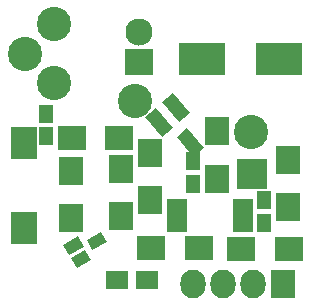
<source format=gts>
G04 #@! TF.FileFunction,Soldermask,Top*
%FSLAX46Y46*%
G04 Gerber Fmt 4.6, Leading zero omitted, Abs format (unit mm)*
G04 Created by KiCad (PCBNEW 4.0.0-rc1-stable) date Mon 04 Apr 2016 11:20:45 PM PDT*
%MOMM*%
G01*
G04 APERTURE LIST*
%ADD10C,0.100000*%
%ADD11R,1.797000X0.831800*%
%ADD12R,1.150000X1.600000*%
%ADD13R,1.900000X1.650000*%
%ADD14R,3.900120X2.800300*%
%ADD15R,2.200860X2.800860*%
%ADD16R,2.400000X2.300000*%
%ADD17C,2.300000*%
%ADD18R,2.100000X2.400000*%
%ADD19R,2.400000X2.100000*%
%ADD20C,2.899360*%
%ADD21R,2.635200X2.635200*%
%ADD22R,2.127200X2.432000*%
%ADD23O,2.127200X2.432000*%
G04 APERTURE END LIST*
D10*
G36*
X179375150Y-121800729D02*
X180789836Y-123486686D01*
X179870506Y-124258095D01*
X178455820Y-122572138D01*
X179375150Y-121800729D01*
X179375150Y-121800729D01*
G37*
G36*
X177919666Y-123022025D02*
X179334352Y-124707982D01*
X178415022Y-125479391D01*
X177000336Y-123793434D01*
X177919666Y-123022025D01*
X177919666Y-123022025D01*
G37*
G36*
X180577236Y-124711257D02*
X181991922Y-126397214D01*
X181072592Y-127168623D01*
X179657906Y-125482666D01*
X180577236Y-124711257D01*
X180577236Y-124711257D01*
G37*
D11*
X179686000Y-131179600D03*
X179686000Y-131814600D03*
X179686000Y-132475000D03*
X179686000Y-133110000D03*
X185274000Y-133110000D03*
X185274000Y-132462300D03*
X185274000Y-131814600D03*
X185274000Y-131166900D03*
D12*
X187040000Y-132780000D03*
X187040000Y-130880000D03*
D13*
X177120000Y-137590000D03*
X174620000Y-137590000D03*
D12*
X168630000Y-125440000D03*
X168630000Y-123540000D03*
D14*
X181788800Y-118870000D03*
X188291200Y-118870000D03*
D12*
X181020000Y-127550000D03*
X181020000Y-129450000D03*
D15*
X166768880Y-126040000D03*
X166768880Y-133240000D03*
D16*
X176460000Y-119170000D03*
D17*
X176460000Y-116630000D03*
D18*
X170750000Y-132360000D03*
X170750000Y-128360000D03*
D19*
X174820000Y-125580000D03*
X170820000Y-125580000D03*
D18*
X174910000Y-128190000D03*
X174910000Y-132190000D03*
X183040000Y-129020000D03*
X183040000Y-125020000D03*
D19*
X177530000Y-134940000D03*
X181530000Y-134940000D03*
D18*
X177420000Y-126860000D03*
X177420000Y-130860000D03*
D19*
X185140000Y-134960000D03*
X189140000Y-134960000D03*
D18*
X189120000Y-131460000D03*
X189120000Y-127460000D03*
D20*
X166780000Y-118460000D03*
X169279360Y-115960640D03*
X169279360Y-120959360D03*
X176170000Y-122470000D03*
X185983806Y-125099602D03*
D21*
X186020000Y-128660000D03*
D22*
X188690000Y-137980000D03*
D23*
X186150000Y-137980000D03*
X183610000Y-137980000D03*
X181070000Y-137980000D03*
D10*
G36*
X172426647Y-135918828D02*
X171213553Y-136619208D01*
X170713833Y-135753668D01*
X171926927Y-135053288D01*
X172426647Y-135918828D01*
X172426647Y-135918828D01*
G37*
G36*
X171776407Y-134792580D02*
X170563313Y-135492960D01*
X170063593Y-134627420D01*
X171276687Y-133927040D01*
X171776407Y-134792580D01*
X171776407Y-134792580D01*
G37*
G36*
X173746905Y-134405744D02*
X172533811Y-135106124D01*
X172034091Y-134240584D01*
X173247185Y-133540204D01*
X173746905Y-134405744D01*
X173746905Y-134405744D01*
G37*
M02*

</source>
